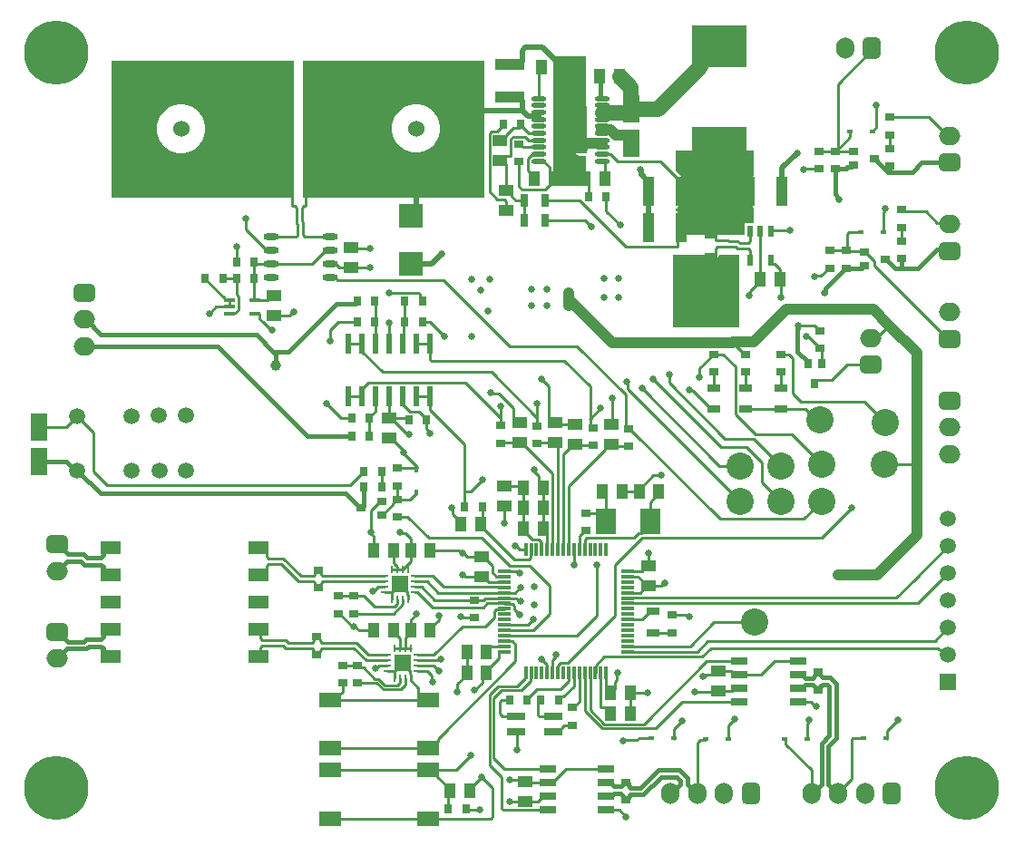
<source format=gtl>
G04*
G04 #@! TF.GenerationSoftware,Altium Limited,Altium Designer,21.2.0 (30)*
G04*
G04 Layer_Physical_Order=1*
G04 Layer_Color=255*
%FSLAX25Y25*%
%MOIN*%
G70*
G04*
G04 #@! TF.SameCoordinates,1A82DE82-DBE2-47DD-AFC6-AE7A396213A6*
G04*
G04*
G04 #@! TF.FilePolarity,Positive*
G04*
G01*
G75*
%ADD12C,0.01000*%
%ADD20R,0.02323X0.01772*%
%ADD21R,0.01772X0.02323*%
%ADD22R,0.06299X0.09843*%
%ADD23R,0.09055X0.09055*%
%ADD24R,0.04724X0.01181*%
%ADD25R,0.01181X0.04724*%
%ADD26R,0.06496X0.06496*%
%ADD27R,0.00984X0.02756*%
%ADD28R,0.02756X0.00984*%
%ADD29R,0.03347X0.02756*%
%ADD30R,0.02756X0.03347*%
%ADD31R,0.07087X0.02953*%
%ADD32R,0.04921X0.02953*%
%ADD33R,0.02756X0.03543*%
%ADD34R,0.06102X0.02756*%
%ADD35R,0.05315X0.03937*%
%ADD36R,0.01000X0.01000*%
%ADD37R,0.04331X0.10827*%
%ADD38R,0.04300X0.01400*%
%ADD39R,0.01000X0.01000*%
%ADD40R,0.07480X0.09449*%
%ADD41R,0.03937X0.05315*%
%ADD42O,0.05709X0.02362*%
%ADD43R,0.02362X0.03937*%
%ADD44R,0.10827X0.04331*%
%ADD45R,0.12402X0.17717*%
%ADD46O,0.05512X0.01772*%
%ADD47R,0.08268X0.05512*%
%ADD48R,0.02200X0.07800*%
%ADD49R,0.03543X0.02756*%
%ADD50R,0.12598X0.14567*%
%ADD51R,0.02953X0.04921*%
%ADD52R,0.20079X0.15748*%
%ADD53R,0.07441X0.05000*%
%ADD57C,0.06000*%
%ADD58C,0.12598*%
%ADD59O,0.07874X0.06693*%
G04:AMPARAMS|DCode=60|XSize=66.93mil|YSize=78.74mil|CornerRadius=16.73mil|HoleSize=0mil|Usage=FLASHONLY|Rotation=270.000|XOffset=0mil|YOffset=0mil|HoleType=Round|Shape=RoundedRectangle|*
%AMROUNDEDRECTD60*
21,1,0.06693,0.04528,0,0,270.0*
21,1,0.03347,0.07874,0,0,270.0*
1,1,0.03346,-0.02264,-0.01673*
1,1,0.03346,-0.02264,0.01673*
1,1,0.03346,0.02264,0.01673*
1,1,0.03346,0.02264,-0.01673*
%
%ADD60ROUNDEDRECTD60*%
%ADD61C,0.10000*%
%ADD62O,0.06693X0.07874*%
G04:AMPARAMS|DCode=63|XSize=66.93mil|YSize=78.74mil|CornerRadius=16.73mil|HoleSize=0mil|Usage=FLASHONLY|Rotation=180.000|XOffset=0mil|YOffset=0mil|HoleType=Round|Shape=RoundedRectangle|*
%AMROUNDEDRECTD63*
21,1,0.06693,0.04528,0,0,180.0*
21,1,0.03347,0.07874,0,0,180.0*
1,1,0.03346,-0.01673,0.02264*
1,1,0.03346,0.01673,0.02264*
1,1,0.03346,0.01673,-0.02264*
1,1,0.03346,-0.01673,-0.02264*
%
%ADD63ROUNDEDRECTD63*%
%ADD64C,0.05906*%
%ADD65R,0.05906X0.05906*%
%ADD66C,0.23622*%
%ADD67C,0.05000*%
%ADD68C,0.03150*%
%ADD69C,0.01500*%
%ADD70C,0.02000*%
%ADD71C,0.04000*%
%ADD72C,0.05500*%
%ADD73C,0.02559*%
%ADD74C,0.03937*%
G36*
X103500Y233000D02*
X36500D01*
Y283500D01*
X103500D01*
Y233000D01*
D02*
G37*
G36*
X173555Y233057D02*
X106944D01*
Y283366D01*
X107055Y283476D01*
X173555D01*
Y233057D01*
D02*
G37*
G36*
X267250Y185500D02*
X242759D01*
X242759Y212000D01*
X255164D01*
X255481Y211613D01*
X255471Y211563D01*
X255587Y210978D01*
X255919Y210482D01*
X256415Y210150D01*
X257000Y210034D01*
X257524D01*
X258109Y210150D01*
X258605Y210482D01*
X259581Y211458D01*
X259913Y211954D01*
X259922Y212000D01*
X267250D01*
X267250Y185500D01*
D02*
G37*
G36*
X272500Y241478D02*
X272318Y241205D01*
X272240Y240815D01*
Y230185D01*
X272318Y229795D01*
X272500Y229522D01*
Y223669D01*
X269291D01*
Y219500D01*
X246371D01*
X246171Y220000D01*
X247089Y220919D01*
X247421Y221415D01*
X247537Y222000D01*
Y225248D01*
X247421Y225833D01*
X247089Y226329D01*
X246593Y226661D01*
X246008Y226777D01*
X245423Y226661D01*
X245264Y226555D01*
X244764Y226822D01*
Y227315D01*
X244686Y227705D01*
X244465Y228036D01*
X244134Y228257D01*
X244000Y228284D01*
Y229217D01*
X244130Y229243D01*
X244461Y229464D01*
X244682Y229795D01*
X244760Y230185D01*
Y233926D01*
X245260Y234193D01*
X245419Y234087D01*
X246004Y233971D01*
X246589Y234087D01*
X247085Y234419D01*
X247417Y234915D01*
X247533Y235500D01*
Y238748D01*
X247417Y239333D01*
X247085Y239829D01*
X244000Y242915D01*
Y250500D01*
X272500D01*
Y241478D01*
D02*
G37*
G36*
X211000Y256026D02*
X210930D01*
X210147Y255923D01*
X209417Y255621D01*
X208790Y255140D01*
X207294Y253644D01*
X206814Y253017D01*
X206511Y252287D01*
X206408Y251504D01*
X206511Y250721D01*
X206814Y249991D01*
X207294Y249364D01*
X207921Y248883D01*
X208651Y248581D01*
X209434Y248478D01*
X210217Y248581D01*
X210500Y248698D01*
X211000Y248364D01*
Y241834D01*
X210613Y241517D01*
X210549Y241529D01*
X209964Y241413D01*
X209468Y241081D01*
X209136Y240585D01*
X209020Y240000D01*
X209136Y239415D01*
X209468Y238919D01*
X210223Y238164D01*
Y237500D01*
X199000D01*
Y285015D01*
X211000D01*
Y256026D01*
D02*
G37*
%LPC*%
G36*
X62913Y267335D02*
X61165D01*
X59451Y266994D01*
X57836Y266325D01*
X56383Y265353D01*
X55146Y264118D01*
X54175Y262664D01*
X53506Y261049D01*
X53165Y259335D01*
Y257587D01*
X53506Y255872D01*
X54175Y254257D01*
X55146Y252804D01*
X56383Y251568D01*
X57836Y250597D01*
X59451Y249928D01*
X61165Y249587D01*
X62913D01*
X64628Y249928D01*
X66243Y250597D01*
X67696Y251568D01*
X68932Y252804D01*
X69903Y254257D01*
X70572Y255872D01*
X70913Y257587D01*
Y259335D01*
X70572Y261049D01*
X69903Y262664D01*
X68932Y264118D01*
X67696Y265353D01*
X66243Y266325D01*
X64628Y266994D01*
X62913Y267335D01*
D02*
G37*
G36*
X149335Y267374D02*
X147587D01*
X145872Y267033D01*
X144257Y266364D01*
X142804Y265393D01*
X141568Y264157D01*
X140597Y262703D01*
X139928Y261088D01*
X139587Y259374D01*
Y257626D01*
X139928Y255911D01*
X140597Y254297D01*
X141568Y252843D01*
X142804Y251607D01*
X144257Y250636D01*
X145872Y249967D01*
X147587Y249626D01*
X149335D01*
X151049Y249967D01*
X152664Y250636D01*
X154118Y251607D01*
X155353Y252843D01*
X156325Y254297D01*
X156994Y255911D01*
X157335Y257626D01*
Y259374D01*
X156994Y261088D01*
X156325Y262703D01*
X155353Y264157D01*
X154118Y265393D01*
X152664Y266364D01*
X151049Y267033D01*
X149335Y267374D01*
D02*
G37*
%LPD*%
D12*
X146177Y122248D02*
X148500Y124571D01*
X141500Y122248D02*
X146177D01*
X148500Y124571D02*
Y124846D01*
X306906Y214154D02*
Y219914D01*
X307491Y220500D02*
X311846D01*
X306906Y219914D02*
X307491Y220500D01*
X302500Y250248D02*
X302795D01*
X307846Y255299D01*
Y257500D01*
X284258Y32243D02*
Y33614D01*
X283846Y34000D02*
X283872D01*
X293815Y14000D02*
Y22685D01*
X284258Y32243D02*
X293815Y22685D01*
X283872Y34000D02*
X284258Y33614D01*
X308906Y34500D02*
X312846D01*
X308405Y34000D02*
X308906Y34500D01*
X251815Y32681D02*
X252748Y33614D01*
X254461D02*
X254847Y34000D01*
X252748Y33614D02*
X254461D01*
X229656Y33750D02*
X230405Y34500D01*
X234846D01*
X19929Y148799D02*
X24000Y152870D01*
X10000Y148799D02*
X19929D01*
X129252Y132205D02*
Y132500D01*
X128374Y131327D02*
X129252Y132205D01*
X128079Y131327D02*
X128374D01*
X124252Y127500D02*
X128079Y131327D01*
X35000Y127500D02*
X124252D01*
X30000Y132500D02*
X35000Y127500D01*
X30000Y132500D02*
Y146870D01*
X24000Y152870D02*
X30000Y146870D01*
X149404Y198000D02*
X149990Y197414D01*
Y195758D02*
X150748Y195000D01*
X149990Y195758D02*
Y197414D01*
X138500Y198000D02*
X149404D01*
X119668Y202827D02*
X152373D01*
X116728Y203800D02*
X118695D01*
X119668Y202827D01*
X152373Y202827D02*
X158422D01*
X152373Y202827D02*
X152373Y202827D01*
X182749Y178500D02*
X207500D01*
X158422Y202827D02*
X182749Y178500D01*
X82468Y209532D02*
Y214968D01*
X82500Y215000D01*
X82436Y209500D02*
X82468Y209532D01*
X90950Y189691D02*
Y190240D01*
X90987Y188556D02*
Y189654D01*
X92186Y187356D02*
Y187356D01*
X90987Y188556D02*
X92186Y187356D01*
X90950Y189691D02*
X90987Y189654D01*
X90750Y190440D02*
X90950Y190240D01*
X89300Y190440D02*
X90750D01*
X92186Y187356D02*
X94744Y184798D01*
X89132Y195560D02*
X93860D01*
X95442Y197142D02*
X96131D01*
X93860Y195560D02*
X95442Y197142D01*
X96131Y189858D02*
X101936D01*
X103078Y191000D01*
X103500D01*
X94744Y184798D02*
X95202D01*
X95500Y184500D01*
X210603Y224897D02*
X213000Y222500D01*
X195937Y224897D02*
X210603D01*
X199142Y239311D02*
Y240000D01*
X195831Y236000D02*
X199142Y239311D01*
X187500Y236000D02*
X195831D01*
X186267Y237233D02*
X187500Y236000D01*
X186267Y237233D02*
Y246370D01*
X195359Y246484D02*
X197673Y244170D01*
Y241469D02*
Y244170D01*
X193489Y246484D02*
X195359D01*
X197673Y241469D02*
X199142Y240000D01*
X250149Y162202D02*
X257016Y155335D01*
X258000D01*
X249298Y162202D02*
X250149D01*
X249000Y162500D02*
X249298Y162202D01*
X295477Y151500D02*
X297000D01*
X282500Y155335D02*
X291642D01*
X295477Y151500D01*
X269500Y155335D02*
X282500D01*
X133922Y60000D02*
X134926Y61004D01*
X133500Y60000D02*
X133922D01*
X134926Y61004D02*
X137941D01*
X134578Y56217D02*
X136985Y53811D01*
X129164Y60336D02*
X133282Y56217D01*
X127000Y61214D02*
X127878Y60336D01*
X136985Y53811D02*
X141525D01*
X133282Y56217D02*
X134578D01*
X127878Y60336D02*
X129164D01*
X132922Y88500D02*
X134477Y90055D01*
X132500Y88500D02*
X132922D01*
X136969Y90055D02*
X136976Y90063D01*
X134477Y90055D02*
X136969D01*
X125500Y86748D02*
X129252D01*
X133130Y82870D02*
X140561D01*
X129252Y86748D02*
X133130Y82870D01*
X135346Y121559D02*
X135740D01*
X132000Y118213D02*
X135346Y121559D01*
X132000Y110000D02*
Y118213D01*
X115500Y157500D02*
X121000Y152000D01*
X124752D01*
X139202Y152013D02*
X145239D01*
X144804Y146410D02*
X145627D01*
X145925Y146112D01*
X138513Y152013D02*
X139202D01*
X144804Y146410D01*
X138513Y144729D02*
X139202D01*
X141500Y133748D02*
X148957D01*
X139202Y144729D02*
X143403Y140528D01*
Y139597D02*
X148957Y134043D01*
X143403Y139597D02*
Y140528D01*
X138500Y152026D02*
Y159971D01*
Y152026D02*
X138513Y152013D01*
X161798Y116736D02*
X164858Y113676D01*
Y112987D02*
Y113676D01*
X161798Y116736D02*
Y118702D01*
X161500Y119000D02*
X161798Y118702D01*
X193673Y127963D02*
Y130905D01*
X192000Y132578D02*
X193673Y130905D01*
X192000Y132578D02*
Y133000D01*
X193673Y127963D02*
X195142Y126494D01*
X181000Y113500D02*
Y119858D01*
X248578Y79000D02*
X249000D01*
X242500Y79748D02*
X247830D01*
X248578Y79000D01*
X230358Y125000D02*
Y125689D01*
X235669Y131000D01*
X238500D01*
X220048Y149642D02*
X220500Y150093D01*
Y159500D01*
X184304Y152018D02*
X185773Y150550D01*
X178729Y161202D02*
X184304Y155627D01*
X176000Y161500D02*
X176298Y161202D01*
X185773Y150550D02*
X186462D01*
X184304Y152018D02*
Y155627D01*
X176298Y161202D02*
X178729D01*
X200194Y149844D02*
X207023D01*
X199487Y150550D02*
X200194Y149844D01*
X198798Y150550D02*
X199487D01*
X197330Y152018D02*
X198798Y150550D01*
X197330Y152018D02*
Y163670D01*
X194500Y166500D02*
X197330Y163670D01*
X172500Y20000D02*
X176428Y16072D01*
Y5514D02*
Y16072D01*
X152702Y4928D02*
X175842D01*
X176428Y5514D01*
X282142Y203000D02*
X282500Y202642D01*
Y196500D02*
Y202642D01*
X252500Y170315D02*
X257705Y175520D01*
X252500Y167000D02*
Y170315D01*
X257705Y175520D02*
X258000D01*
X271298Y198751D02*
X274858Y202311D01*
X271000Y197000D02*
X271298Y197298D01*
X274858Y202311D02*
Y203000D01*
X271298Y197298D02*
Y198751D01*
X321595Y37095D02*
X325500Y41000D01*
X321595Y34000D02*
Y37095D01*
X243094Y34000D02*
Y37635D01*
X246149Y40690D01*
X263094Y39094D02*
X265500Y41500D01*
X263094Y34000D02*
Y39094D01*
X293000Y40578D02*
Y41000D01*
X292094Y34000D02*
Y39673D01*
X293000Y40578D01*
X289000Y186000D02*
X294953D01*
X296705Y184248D02*
X297000D01*
X294953Y186000D02*
X296705Y184248D01*
X320094Y227673D02*
X321000Y228578D01*
X320094Y221000D02*
Y227673D01*
X321000Y228578D02*
Y229000D01*
X316622Y258000D02*
X317500Y258878D01*
Y267000D01*
X316595Y258000D02*
X316622D01*
X216720Y249041D02*
X219959D01*
X222500Y246500D01*
X216718Y249043D02*
X216720Y249041D01*
X222500Y246500D02*
X238252D01*
X246004Y238748D01*
X211752Y233487D02*
Y238797D01*
X210549Y240000D02*
X211752Y238797D01*
X227284Y43500D02*
Y51000D01*
X233500D01*
X222220Y55721D02*
Y58220D01*
X222500Y58500D01*
X221468Y54969D02*
X222220Y55721D01*
X220000Y51000D02*
X221468Y52469D01*
Y54969D01*
X185500Y30000D02*
Y36578D01*
X185307Y36771D02*
X185500Y36578D01*
X172873Y54873D02*
Y57044D01*
X174341Y58513D01*
X170000Y52000D02*
X172873Y54873D01*
X167058Y58513D02*
Y66010D01*
X163514Y54280D02*
X167058Y57824D01*
X163500Y51500D02*
X163514Y51514D01*
X167058Y57824D02*
Y58513D01*
X163514Y51514D02*
Y54280D01*
X143438Y62003D02*
X143453Y61988D01*
X143438Y62003D02*
Y62003D01*
X317500Y181500D02*
X322250Y186250D01*
X315500Y181500D02*
X317500D01*
X153642Y74689D02*
X156702Y77749D01*
Y79202D01*
X157000Y79500D01*
X153642Y74000D02*
Y74689D01*
X146358Y74000D02*
Y77858D01*
X148500Y80000D01*
X125922Y75500D02*
X127422Y74000D01*
X125500Y75500D02*
X125922D01*
X127422Y74000D02*
X132858D01*
X120267Y80252D02*
X124720Y75798D01*
X125202D01*
X125500Y75500D01*
X119971Y80252D02*
X120267D01*
X142500Y110000D02*
X142798Y109702D01*
X144515D01*
X146358Y107858D01*
Y103270D02*
Y107858D01*
X132000Y109578D02*
Y110000D01*
X132956Y103270D02*
Y108622D01*
X132000Y109578D02*
X132956Y108622D01*
X153642Y103270D02*
X164308D01*
X165078Y102500D01*
X165500D01*
Y94500D02*
X165922D01*
X166564Y93858D02*
X172500D01*
X165922Y94500D02*
X166564Y93858D01*
X165500Y102500D02*
X165922D01*
X167280Y101142D02*
X172500D01*
X165922Y102500D02*
X167280Y101142D01*
X141504Y96559D02*
X143472D01*
Y96569D01*
X143491Y96577D02*
X146358Y99445D01*
X143480Y96577D02*
X143491D01*
X146358Y99445D02*
Y103270D01*
X143472Y96569D02*
X143480Y96577D01*
X141504Y96559D02*
Y97429D01*
X140239Y98694D02*
Y103270D01*
Y98694D02*
X141504Y97429D01*
X118500Y48500D02*
Y48622D01*
Y48500D02*
X151449D01*
X121471Y51594D02*
Y54717D01*
X118500Y48622D02*
X121471Y51594D01*
X151449Y48500D02*
X152827D01*
X149193Y50756D02*
X151449Y48500D01*
X149193Y50756D02*
Y52819D01*
X146405Y55606D02*
X149193Y52819D01*
X146405Y55606D02*
Y56476D01*
X269205Y175520D02*
X269500D01*
X265000Y179724D02*
X269205Y175520D01*
X265000Y179724D02*
Y180000D01*
X320500Y135000D02*
X332000D01*
X332500Y134500D01*
X280326Y62826D02*
X288728D01*
X275326Y57826D02*
X280326Y62826D01*
X267272Y57826D02*
X275326D01*
X196735Y18000D02*
X198408D01*
X203408Y23000D02*
X218192D01*
X198408Y18000D02*
X203408Y23000D01*
X167280Y8000D02*
X172000D01*
X166793Y8487D02*
X167280Y8000D01*
X172482Y20000D02*
X172500D01*
X168171Y15000D02*
Y15689D01*
X172482Y20000D01*
X188000Y19000D02*
X188500Y18500D01*
X183000Y19000D02*
X188000D01*
X183000Y11000D02*
X188284D01*
X188500Y11216D01*
X258011Y57673D02*
X259479Y59142D01*
X255095Y57673D02*
X258011D01*
X254422Y57000D02*
X255095Y57673D01*
X254000Y57000D02*
X254422D01*
X251000Y51500D02*
X259121D01*
X259479Y51858D01*
X297500Y108000D02*
X308500Y119000D01*
X289734Y158266D02*
X313234D01*
X287000Y161000D02*
Y174193D01*
Y161000D02*
X289734Y158266D01*
X285673Y175520D02*
X287000Y174193D01*
X269500Y163209D02*
Y169024D01*
X282500Y163209D02*
Y169024D01*
X258000Y163209D02*
Y169024D01*
X282500Y175520D02*
X285673D01*
X313234Y158266D02*
X321000Y150500D01*
X258000Y175520D02*
X261173D01*
X265752Y170941D01*
Y153325D02*
Y170941D01*
Y153325D02*
X273077Y146000D01*
X286500D01*
X297500Y135000D01*
X241500Y165000D02*
Y168000D01*
X262000Y144500D02*
X272500D01*
X241500Y165000D02*
X262000Y144500D01*
X272500D02*
X282500Y134500D01*
X235500Y166500D02*
X235500D01*
X260500Y141500D02*
X269692D01*
X235500Y166500D02*
X260500Y141500D01*
X260000Y134500D02*
X267500D01*
X231500Y163000D02*
X260000Y134500D01*
X120000Y187500D02*
X126752D01*
X117000Y184500D02*
X120000Y187500D01*
X117000Y180500D02*
Y184500D01*
X150748Y187500D02*
X153500D01*
X159000Y182000D01*
X138500Y179371D02*
Y187000D01*
X124642Y207500D02*
X131500D01*
X124500Y207358D02*
X124642Y207500D01*
Y214500D02*
X131500D01*
X124500Y214642D02*
X124642Y214500D01*
X86000Y221399D02*
X93598Y213800D01*
X95272D01*
X86000Y221399D02*
Y225500D01*
X75000Y193000D02*
X79700D01*
X72500Y190500D02*
X75000Y193000D01*
X71000Y203205D02*
X78050Y196155D01*
X71000Y203205D02*
Y203500D01*
X78050Y195760D02*
Y196155D01*
Y195760D02*
X78250Y195560D01*
X79700D01*
X166252Y125000D02*
Y142368D01*
Y119500D02*
Y125000D01*
X168500D01*
X173000Y129500D01*
X179487Y152214D02*
Y156487D01*
X179500Y156500D01*
X192974Y157474D02*
X193000Y157500D01*
X192974Y152050D02*
Y157474D01*
X226279Y162721D02*
Y165220D01*
Y162721D02*
X267500Y121500D01*
X226000Y165500D02*
X226279Y165220D01*
X269692Y141500D02*
X275485Y135707D01*
Y128515D02*
X282500Y121500D01*
X275485Y128515D02*
Y135707D01*
X226561Y148264D02*
X226856D01*
X226266D02*
X226561D01*
X226856D02*
X260120Y115000D01*
X291000D01*
X297500Y121500D01*
X212362Y151728D02*
X216286Y155652D01*
X212317Y151683D02*
X212362Y151728D01*
Y163638D01*
Y149344D02*
Y151728D01*
X207642Y72142D02*
X215000Y79500D01*
Y98000D01*
X242379Y108000D02*
X297500D01*
X242367Y107988D02*
X242379Y108000D01*
X221500Y79315D02*
Y98021D01*
X204197Y62012D02*
X221500Y79315D01*
Y98021D02*
X231468Y107988D01*
X292755Y181702D02*
X296705Y177752D01*
X292298Y181702D02*
X292755D01*
X296705Y177752D02*
X297000D01*
X292000Y182000D02*
X292298Y181702D01*
X295298Y204298D02*
X297251D01*
X300205Y207252D02*
X300500D01*
X297251Y204298D02*
X300205Y207252D01*
X295000Y204000D02*
X295298Y204298D01*
X291000Y243500D02*
X291126Y243626D01*
X296374D02*
X296500Y243752D01*
X291126Y243626D02*
X296374D01*
X136071Y169000D02*
X176024D01*
X192974Y152050D01*
X128500Y176571D02*
X136071Y169000D01*
X135748Y126694D02*
Y132500D01*
X136134Y116441D02*
X140327Y120634D01*
Y121370D01*
X141205Y122248D02*
X141500D01*
X135740Y116441D02*
X136134D01*
X140327Y121370D02*
X141205Y122248D01*
X145326Y115752D02*
X153078Y108000D01*
X172500D01*
X182720Y97780D01*
X190220D02*
X197586Y90414D01*
X182720Y97780D02*
X190220D01*
X191541Y74110D02*
X197586Y80155D01*
Y90414D01*
X180862Y74110D02*
X191541D01*
X152248Y148174D02*
X153500Y146922D01*
X152248Y148174D02*
Y151500D01*
X153500Y146500D02*
Y146922D01*
X218248Y228252D02*
Y233487D01*
Y228252D02*
X223500Y223000D01*
X172142Y112298D02*
X184440Y100000D01*
X187601D01*
X187612Y99988D02*
X189860D01*
X187601Y100000D02*
X187612Y99988D01*
X189860D02*
X190614Y100742D01*
X258000Y77000D02*
X273000D01*
X249205Y68205D02*
X258000Y77000D01*
X226138Y68205D02*
X249205D01*
X278740Y209299D02*
X279421Y208618D01*
X282142Y203000D02*
Y206685D01*
X280209Y208618D02*
X282142Y206685D01*
X279421Y208618D02*
X280209D01*
X278740Y209299D02*
Y210087D01*
X274858Y203000D02*
X275000Y203142D01*
Y220913D01*
X278740D02*
X278827Y221000D01*
X286000D01*
X185284Y105000D02*
X186646Y103638D01*
X188736D01*
X185000Y105000D02*
X185284D01*
X141500Y115752D02*
X145326D01*
X154080Y22645D02*
X163145D01*
X152702D02*
X154080D01*
X163145D02*
X168500Y28000D01*
X295221Y46000D02*
X295500D01*
X288728Y47826D02*
X293395D01*
X295221Y46000D01*
X218192Y8000D02*
X223148D01*
X225571Y5576D01*
X198579Y58362D02*
Y63157D01*
X200000Y64578D01*
Y65000D01*
X196520Y58453D02*
Y61480D01*
X194500Y63500D02*
X196520Y61480D01*
Y58453D02*
X196610Y58362D01*
X179487Y142840D02*
X179914Y143266D01*
X187151D01*
X198579Y131838D01*
X193565Y143266D02*
X199487D01*
X192974Y142676D02*
X193565Y143266D01*
X199487D02*
X200547Y142206D01*
X198579Y103638D02*
Y131838D01*
X192974Y149172D02*
Y152050D01*
X128500Y176571D02*
Y179371D01*
X179487Y149336D02*
Y152214D01*
X166542Y165159D02*
X179487Y152214D01*
X130887Y165159D02*
X166542D01*
X128500Y162771D02*
X130887Y165159D01*
X128500Y159971D02*
Y162771D01*
X200547Y103638D02*
Y142206D01*
X180862Y72142D02*
X207642D01*
X180862Y76079D02*
X189490D01*
X184512Y81691D02*
X186376Y79826D01*
X180862Y95764D02*
X185314D01*
X180862Y83953D02*
X180953Y83862D01*
X180862Y85921D02*
X185157D01*
X186454Y84624D01*
X191412Y78000D02*
X191500D01*
X186459Y89624D02*
X186876D01*
X186078Y95000D02*
X186500D01*
X185314Y95764D02*
X186078Y95000D01*
X206476Y98024D02*
X206500Y98000D01*
X186376Y79624D02*
Y79826D01*
X180862Y87890D02*
X184724D01*
X189490Y76079D02*
X191412Y78000D01*
X184512Y81691D02*
Y83108D01*
X184724Y87890D02*
X186459Y89624D01*
X186454Y84624D02*
X186876D01*
X180953Y83862D02*
X183758D01*
X184512Y83108D01*
X206453Y103638D02*
X206476Y103614D01*
Y98024D02*
Y103614D01*
X204484Y103638D02*
Y126984D01*
X175810Y68167D02*
X180825D01*
X180862Y68205D01*
X216295Y45705D02*
Y58362D01*
X226138Y87890D02*
X230842D01*
X148965Y64941D02*
X154892D01*
X165451Y75500D01*
X174000D01*
X177213Y78713D01*
Y81139D01*
X210390Y44542D02*
Y58362D01*
X206362Y58272D02*
X206453Y58362D01*
X206362Y53362D02*
Y58272D01*
X208421Y47874D02*
Y58362D01*
X226138Y83953D02*
X332953D01*
X190614Y58272D02*
X190705Y58362D01*
X190614Y55467D02*
Y58272D01*
X226138Y78047D02*
X231626D01*
X173929Y85921D02*
X180862D01*
X226138D02*
X226217Y86000D01*
X325000D01*
X226138Y66236D02*
X251736D01*
X208421Y103638D02*
Y108731D01*
X204394Y58272D02*
X204484Y58362D01*
X204394Y55467D02*
Y58272D01*
X179090Y66236D02*
X180862D01*
X179000Y66146D02*
X179090Y66236D01*
X179000Y63860D02*
Y66146D01*
X211066Y107988D02*
X228364D01*
X202516Y103638D02*
Y138742D01*
X175221Y91827D02*
X180862D01*
X188646Y56500D02*
Y58272D01*
X188736Y58362D01*
X185646Y53500D02*
X188646Y56500D01*
X212358Y44695D02*
Y58362D01*
X180772Y93886D02*
X180862Y93795D01*
X177967Y93886D02*
X180772D01*
X226138Y93795D02*
X230000D01*
X214417Y61258D02*
X217518Y64358D01*
X342703Y65000D02*
X344000D01*
X340203Y67500D02*
X342703Y65000D01*
X256830Y67500D02*
X340203D01*
X253688Y64358D02*
X256830Y67500D01*
X217518Y64358D02*
X253688D01*
X180839Y87913D02*
X180862Y87890D01*
X156587Y87913D02*
X180839D01*
X226138Y95764D02*
X231433D01*
X183758Y70083D02*
X185000Y68840D01*
Y62725D02*
Y68840D01*
X154205Y30784D02*
X156461Y33039D01*
Y34185D01*
X185000Y62725D01*
X180772Y89949D02*
X180862Y89858D01*
X177967Y89949D02*
X180772D01*
X193529Y107555D02*
X194551Y106533D01*
X191114Y107555D02*
X193529D01*
X187858Y111500D02*
Y118947D01*
Y110811D02*
Y111500D01*
X196610Y103638D02*
Y110031D01*
X218264Y53425D02*
Y58362D01*
X190614Y103547D02*
X190705Y103638D01*
X190614Y100742D02*
Y103547D01*
X214327Y58362D02*
X214417Y58453D01*
Y61258D01*
X177213Y81139D02*
X177967Y81894D01*
X180772D01*
X180862Y81984D01*
X194551Y103728D02*
X194642Y103638D01*
X194551Y103728D02*
Y106533D01*
X200547Y58362D02*
X200638Y58453D01*
Y60698D01*
X200638Y60698D01*
Y61258D01*
X201392Y62012D01*
X204197D01*
X231468Y107988D02*
X242367D01*
X180953Y70083D02*
X183758D01*
X180862Y70173D02*
X180953Y70083D01*
X210390Y103638D02*
X210480Y103728D01*
Y107402D01*
X211066Y107988D01*
X231136Y109776D02*
X234376Y113016D01*
X230152Y109776D02*
X231136D01*
X228364Y107988D02*
X230152Y109776D01*
X172142Y112298D02*
Y112987D01*
X218264Y53425D02*
X220000Y51689D01*
Y51000D02*
Y51689D01*
X195142Y111500D02*
X196610Y110031D01*
X187858Y110811D02*
X191114Y107555D01*
X177916Y90000D02*
X177967Y89949D01*
X158500Y90000D02*
X177916D01*
X154500Y94000D02*
X158500Y90000D01*
X148000Y94000D02*
X154500D01*
X233311Y97642D02*
X234000D01*
X231433Y95764D02*
X233311Y97642D01*
X152469Y92032D02*
X156587Y87913D01*
X148000Y92032D02*
X152469D01*
X231842Y91827D02*
X233311Y90358D01*
X231842Y91827D02*
Y91953D01*
X230000Y93795D02*
X231842Y91953D01*
X176445Y95408D02*
X177967Y93886D01*
X176445Y95408D02*
Y97886D01*
X173189Y101142D02*
X176445Y97886D01*
X172500Y101142D02*
X173189D01*
X212358Y44695D02*
X217498Y39555D01*
X232055D01*
X255326Y62826D01*
X267272D01*
X178500Y53500D02*
X185646D01*
X175500Y50500D02*
X178500Y53500D01*
X175500Y24500D02*
Y50500D01*
Y24500D02*
X180000Y20000D01*
Y8586D02*
Y20000D01*
Y8586D02*
X180625Y7961D01*
X191691D01*
X191730Y8000D01*
X196735D01*
X173189Y93858D02*
X175221Y91827D01*
X172500Y93858D02*
X173189D01*
X206334Y142560D02*
X207023D01*
X202516Y138742D02*
X206334Y142560D01*
X174341Y59202D02*
X179000Y63860D01*
X174341Y58513D02*
Y59202D01*
X201497Y52570D02*
X204394Y55467D01*
X193023Y52570D02*
X201497D01*
X189248Y48795D02*
X193023Y52570D01*
X189248Y48500D02*
Y48795D01*
X210442Y110752D02*
X210737D01*
X208421Y108731D02*
X210442Y110752D01*
X339031Y70031D02*
X344000Y75000D01*
X255531Y70031D02*
X339031D01*
X251736Y66236D02*
X255531Y70031D01*
X174453Y83953D02*
X180862D01*
X173083Y82583D02*
X174453Y83953D01*
X154382Y82583D02*
X173083D01*
X148870Y88095D02*
X154382Y82583D01*
X148000Y88095D02*
X148870D01*
X331856Y92856D02*
X344000Y105000D01*
X331856Y92856D02*
Y92856D01*
X325000Y86000D02*
X331856Y92856D01*
X173256Y85248D02*
X173929Y85921D01*
X170000Y85248D02*
X173256D01*
X234516Y80937D02*
X235500D01*
X231626Y78047D02*
X234516Y80937D01*
X188881Y53733D02*
X190614Y55467D01*
X188881Y53733D02*
X188881D01*
X187147Y52000D02*
X188881Y53733D01*
X180000Y52000D02*
X187147D01*
X177000Y49000D02*
X180000Y52000D01*
X177000Y27000D02*
Y49000D01*
Y27000D02*
X181000Y23000D01*
X196735D01*
X332953Y83953D02*
X344000Y95000D01*
X206295Y45748D02*
X208421Y47874D01*
X206000Y45748D02*
X206295D01*
X202673Y49673D02*
X206362Y53362D01*
X201626Y49673D02*
X202673D01*
X200748Y48795D02*
X201626Y49673D01*
X200748Y48500D02*
Y48795D01*
X210390Y44542D02*
X216877Y38055D01*
X236555D01*
X246326Y47826D01*
X267272D01*
X230842Y87890D02*
X233311Y90358D01*
X216295Y45705D02*
X216342Y45658D01*
X218531D01*
X220000Y44189D01*
Y43500D02*
Y44189D01*
X174341Y66699D02*
X175810Y68167D01*
X174341Y66010D02*
Y66699D01*
X219359Y142358D02*
X220048D01*
X217891Y140890D02*
X219359Y142358D01*
X217891Y140391D02*
Y140890D01*
X204484Y126984D02*
X217891Y140391D01*
X141500Y122248D02*
Y127252D01*
X207500Y178500D02*
X225388Y160612D01*
Y149142D02*
X226266Y148264D01*
X225388Y149142D02*
Y160612D01*
X153500Y173586D02*
Y179371D01*
Y173586D02*
X154086Y173000D01*
X203000D02*
X212362Y163638D01*
X154086Y173000D02*
X203000D01*
X213240Y148466D02*
X213535D01*
X212362Y149344D02*
X213240Y148466D01*
X220639Y141768D02*
X226561D01*
X220048Y142358D02*
X220639Y141768D01*
X207023Y142560D02*
X207613Y141970D01*
X213535D01*
X172142Y112987D02*
X172748Y113593D01*
Y119500D01*
X154086Y154461D02*
X154159D01*
X153500Y155046D02*
Y159971D01*
Y155046D02*
X154086Y154461D01*
X154159D02*
X166252Y142368D01*
X195142Y119047D02*
Y126494D01*
X195092Y118997D02*
X195142Y119047D01*
X195092Y118997D02*
X195142Y118947D01*
Y111500D02*
Y118947D01*
X187808Y118997D02*
X187858Y118947D01*
Y119047D02*
Y126494D01*
X187808Y118997D02*
X187858Y119047D01*
X181000Y127142D02*
X187211D01*
X187858Y126494D01*
X145239Y152013D02*
X145752Y151500D01*
X148500Y159971D02*
X153500D01*
X143500Y157171D02*
X146171Y154500D01*
X143500Y157171D02*
Y159971D01*
X146171Y154500D02*
X149543D01*
X152248Y151795D01*
Y151500D02*
Y151795D01*
X131248Y145500D02*
Y152000D01*
Y152295D02*
X133500Y154547D01*
Y159971D01*
X131248Y152000D02*
Y152295D01*
X123500Y159971D02*
X128500D01*
X148500Y179371D02*
X153500D01*
X234376Y113016D02*
Y121045D01*
X235595Y73158D02*
X242406D01*
X235500Y73063D02*
X235595Y73158D01*
X242406D02*
X242500Y73252D01*
X235500Y73063D02*
X236484D01*
X295000Y165154D02*
X295878Y166032D01*
X301202D01*
X306828Y171658D02*
X315500D01*
X295000Y164760D02*
Y165154D01*
X301202Y166032D02*
X306828Y171658D01*
X297000Y177752D02*
X297559Y177193D01*
Y172240D02*
Y177193D01*
X123500Y179371D02*
X128500D01*
X133374Y179497D02*
Y194874D01*
Y179497D02*
X133500Y179371D01*
X133248Y195000D02*
X133374Y194874D01*
X144252Y187500D02*
Y195000D01*
X143500Y179371D02*
X143876Y179747D01*
Y187124D01*
X144252Y187500D01*
X179326Y246823D02*
X180783Y248280D01*
X183280D01*
Y254751D01*
X184060Y255532D01*
X188473D02*
X189227Y254777D01*
X184060Y255532D02*
X188473D01*
X189227Y254747D02*
Y254777D01*
Y254747D02*
X189813Y254161D01*
X193489D01*
X180015Y254107D02*
X181484Y255575D01*
Y255984D01*
X184327Y258827D02*
X186095D01*
X179326Y254107D02*
X180015D01*
X181484Y255984D02*
X184327Y258827D01*
X186973Y259705D02*
Y260000D01*
X186095Y258827D02*
X186973Y259705D01*
X186562Y252866D02*
X187826Y251602D01*
X193489D01*
X186267Y252866D02*
X186562D01*
X189810Y256868D02*
X193342D01*
X186973Y259705D02*
X189810Y256868D01*
X193342D02*
X193489Y256720D01*
X118770Y208800D02*
X120212Y207358D01*
X116728Y208800D02*
X118770D01*
X120212Y207358D02*
X124500D01*
X79700Y193000D02*
Y195560D01*
X77496Y203500D02*
X82436D01*
Y197495D02*
Y203500D01*
X83137Y191767D02*
Y196793D01*
X82436Y197495D02*
X83137Y196793D01*
X82011Y190640D02*
X83137Y191767D01*
X79700Y190440D02*
X79900Y190640D01*
X82011D01*
X88932Y195760D02*
Y203500D01*
Y195760D02*
X89132Y195560D01*
X88932Y203500D02*
Y209500D01*
X89632Y208800D02*
X95272D01*
X88932Y209500D02*
X89632Y208800D01*
X139535Y96559D02*
X141504D01*
X145433Y85543D02*
Y86971D01*
X136976Y88095D02*
X136984Y88102D01*
X145335Y87069D02*
X145433Y86971D01*
X136984Y88102D02*
X139543D01*
X145335Y87069D02*
Y88201D01*
X139535Y85535D02*
X139543Y85543D01*
X145433D02*
X145441Y85535D01*
X139543Y85543D02*
Y88102D01*
X142488Y91047D01*
X145335Y88201D01*
X114259Y92000D02*
X136976D01*
X114259Y94000D02*
X136976D01*
X141496Y83805D02*
Y85528D01*
X140561Y82870D02*
X141496Y83805D01*
X119971Y86748D02*
X125500D01*
X150437Y90063D02*
X155252Y85248D01*
X170000D01*
X143465Y83653D02*
Y85528D01*
X125500Y80252D02*
X140064D01*
X143465Y83653D01*
X112795Y89752D02*
X113673Y90630D01*
Y91414D01*
X114259Y92000D01*
X112205Y89752D02*
X112500D01*
X112795D01*
X113673Y94586D02*
X114259Y94000D01*
X141496Y85528D02*
X141504Y85535D01*
X148000Y90063D02*
X150437D01*
X143465Y85528D02*
X143472Y85535D01*
X113673Y94586D02*
Y95370D01*
X112795Y96248D02*
X113673Y95370D01*
X112500Y96248D02*
X112795D01*
X116875Y4928D02*
X152702D01*
X146358Y73311D02*
Y74000D01*
X144437Y67500D02*
Y71390D01*
X146358Y73311D01*
X140142D02*
Y74000D01*
X142469Y67500D02*
Y70984D01*
X140142Y73311D02*
X142469Y70984D01*
X146398Y56484D02*
Y57912D01*
X143453Y61988D02*
X146299Y59142D01*
X146398Y56484D02*
X146405Y56476D01*
X146299Y58010D02*
X146398Y57912D01*
X146299Y58010D02*
Y59142D01*
X140500Y56476D02*
X140508Y56484D01*
Y59043D01*
X143453Y61988D01*
X137941Y59035D02*
X137949Y59043D01*
X140508D01*
X144437Y67500D02*
X146405D01*
X142469D02*
X144437D01*
X140500D02*
X142469D01*
X141156Y127596D02*
X141500Y127252D01*
X343910Y181158D02*
X344500D01*
X317000Y208067D02*
X343910Y181158D01*
X317000Y208067D02*
Y209713D01*
X313653Y213059D02*
X317000Y209713D01*
X313260Y213059D02*
X313653D01*
X300500Y213748D02*
X306500D01*
X312915Y213404D02*
X313260Y213059D01*
X306500Y213748D02*
X306844Y213404D01*
X312915D01*
X306500Y213748D02*
X306906Y214154D01*
X316000Y287409D02*
Y288000D01*
X303405Y251126D02*
Y274815D01*
X316000Y287409D01*
X296500Y250248D02*
X302500D01*
X302594Y250153D02*
X309165D01*
X309260Y250059D01*
X302500Y250248D02*
X302594Y250153D01*
X322500Y251248D02*
Y256252D01*
Y262748D02*
X337004D01*
X343910Y255842D01*
X344500D01*
X239578Y91500D02*
X240000D01*
X234000Y90358D02*
X238436D01*
X239578Y91500D01*
X234000Y97642D02*
Y102500D01*
X233311Y90358D02*
X234000D01*
X224750Y33750D02*
X229656D01*
X224500Y33500D02*
X224750Y33750D01*
X251815Y14000D02*
Y32681D01*
X303658Y14000D02*
Y14591D01*
X308405Y19339D01*
Y34000D01*
X117000Y30784D02*
X154205D01*
X179874Y48500D02*
X182752D01*
X179288Y47914D02*
X179874Y48500D01*
X179288Y43455D02*
Y47914D01*
Y43455D02*
X180264Y42479D01*
X185307D01*
X194252Y48205D02*
Y48500D01*
X193064Y47017D02*
X194252Y48205D01*
X193064Y43065D02*
Y47017D01*
Y43065D02*
X193650Y42479D01*
X198693D01*
Y36771D02*
X200760D01*
X201736Y37747D01*
Y38161D01*
X202827Y39252D01*
X206000D01*
X95272Y208800D02*
X110055D01*
X115055Y213800D01*
X116728D01*
X259479Y51858D02*
X264631D01*
X265598Y52826D01*
X267272D01*
X264282Y59142D02*
X265598Y57826D01*
X267272D01*
X259479Y59142D02*
X264282D01*
X160888Y15000D02*
Y15689D01*
X156336Y20241D02*
X160888Y15689D01*
X156336Y20241D02*
Y20389D01*
X154080Y22645D02*
X156336Y20389D01*
X116875Y22645D02*
X152702D01*
X130914Y65000D02*
X137941D01*
X130085Y63000D02*
X137941D01*
X111705Y71748D02*
X112000D01*
X110827Y70870D02*
X111705Y71748D01*
X110827Y70086D02*
Y70870D01*
X110241Y69500D02*
X110827Y70086D01*
X91232Y71086D02*
X91817Y70500D01*
X90646Y74500D02*
X91232Y73914D01*
Y71086D02*
Y73914D01*
X100357Y70500D02*
X101357Y69500D01*
X110241D01*
X91817Y70500D02*
X100357D01*
X110827Y66130D02*
X111705Y65252D01*
X110241Y67500D02*
X110827Y66914D01*
Y66130D02*
Y66914D01*
X111705Y65252D02*
X112000D01*
X99529Y68500D02*
X100529Y67500D01*
X110241D01*
X91232Y67914D02*
X91817Y68500D01*
X99529D01*
X90646Y64500D02*
X91232Y65086D01*
Y67914D01*
X112295Y71748D02*
X113173Y70870D01*
Y70086D02*
Y70870D01*
Y70086D02*
X113759Y69500D01*
X126414D01*
X130914Y65000D01*
X113173Y66914D02*
X113759Y67500D01*
X125585D01*
X130085Y63000D01*
X113173Y66130D02*
Y66914D01*
X112000Y65252D02*
X112295D01*
X112000Y71748D02*
X112295D01*
Y65252D02*
X113173Y66130D01*
X90646Y104500D02*
X91575D01*
X111327Y94586D02*
Y95370D01*
X91575Y104500D02*
X93575Y102500D01*
X112205Y96248D02*
X112500D01*
X90646Y94500D02*
X91575D01*
X93575Y96500D01*
Y101086D02*
Y102500D01*
X111327Y90630D02*
X112205Y89752D01*
X111327Y90630D02*
Y91414D01*
X106116Y94000D02*
X110741D01*
X98787Y98500D02*
X105287Y92000D01*
X99616Y100500D02*
X106116Y94000D01*
X94160Y98500D02*
X98787D01*
X93575Y97914D02*
X94160Y98500D01*
Y100500D02*
X99616D01*
X93575Y101086D02*
X94160Y100500D01*
X111327Y95370D02*
X112205Y96248D01*
X110741Y92000D02*
X111327Y91414D01*
X105287Y92000D02*
X110741D01*
Y94000D02*
X111327Y94586D01*
X93575Y96500D02*
Y97914D01*
X160297Y8487D02*
Y14410D01*
X160888Y15000D01*
X188500Y18500D02*
X189000Y18000D01*
X196735D01*
X193279Y11216D02*
X195062Y13000D01*
X188500Y11216D02*
X193279D01*
X195062Y13000D02*
X196735D01*
X154202Y55298D02*
Y57298D01*
Y55298D02*
X154500Y55000D01*
X152465Y59035D02*
X154202Y57298D01*
X148965Y59035D02*
X152465D01*
X148965Y61004D02*
X154825D01*
X156705Y59124D01*
X156876D01*
X157078Y63500D02*
X157500D01*
X148965Y62972D02*
X156551D01*
X157078Y63500D01*
X169876Y78876D02*
X170000Y78752D01*
X165124Y78876D02*
X169876D01*
X165000Y79000D02*
X165124Y78876D01*
X224239Y125000D02*
X230358D01*
X234376Y121045D02*
X237642Y124311D01*
Y125000D01*
X218234Y114008D02*
Y123722D01*
Y114000D02*
Y114008D01*
X216956Y125000D02*
X218234Y123722D01*
X214994Y117248D02*
X218234Y114008D01*
X210737Y117248D02*
X214994D01*
X121471Y61214D02*
X127000D01*
X142811Y52311D02*
X144437Y53937D01*
Y56476D01*
X133957Y54717D02*
X136363Y52311D01*
X142811D01*
X127000Y54717D02*
X133957D01*
X142461Y56468D02*
X142469Y56476D01*
X142461Y54746D02*
Y56468D01*
X141525Y53811D02*
X142461Y54746D01*
X327748Y228000D02*
X335752D01*
X327000Y228748D02*
X327748Y228000D01*
X339910Y223843D02*
X340500D01*
X335752Y228000D02*
X339910Y223843D01*
X327000Y217248D02*
Y222252D01*
X257000Y211563D02*
X257524D01*
X258500Y212539D01*
Y214414D01*
X259086Y215000D01*
X261552D01*
X257524Y219437D02*
X258500Y218461D01*
X257000Y219437D02*
X257524D01*
X258500Y217500D02*
Y218461D01*
Y217500D02*
X261552D01*
X193489Y280131D02*
X194358Y281000D01*
X193489Y269516D02*
Y280131D01*
X217476Y246484D02*
X217833Y246128D01*
X216718Y246484D02*
X217476D01*
X217833Y240000D02*
Y246128D01*
X246004Y235500D02*
Y238748D01*
X244500Y215000D02*
Y220492D01*
X246008Y222000D01*
X225367Y215000D02*
X244500D01*
X195937Y232000D02*
X208367D01*
X225367Y215000D01*
X246008Y222000D02*
Y225248D01*
X188063Y224897D02*
Y232000D01*
X185142D02*
X188063D01*
X183658Y233484D02*
X185142Y232000D01*
X183658Y233484D02*
Y234173D01*
X182189Y235642D02*
X183658Y234173D01*
X181500Y235642D02*
X182189D01*
X179326Y246823D02*
X180015D01*
X181500Y235642D02*
Y245338D01*
X180015Y246823D02*
X181500Y245338D01*
X175381Y256608D02*
X176185Y257413D01*
X180477Y259705D02*
Y260000D01*
X178185Y257413D02*
X180477Y259705D01*
X176185Y257413D02*
X178185D01*
X175381Y235314D02*
Y256608D01*
Y235314D02*
X178309Y232386D01*
X180914D01*
X181500Y231800D01*
Y228358D02*
Y231800D01*
X271260Y210087D02*
Y213914D01*
X266531Y214500D02*
X270674D01*
X267359Y216500D02*
X270674D01*
X263302Y215250D02*
X265781D01*
X263302Y217250D02*
X266609D01*
X270674Y214500D02*
X271260Y213914D01*
X266609Y217250D02*
X267359Y216500D01*
X271260Y217086D02*
Y220913D01*
X263052Y215000D02*
X263302Y215250D01*
X270674Y216500D02*
X271260Y217086D01*
X263052Y217500D02*
X263302Y217250D01*
X265781Y215250D02*
X266531Y214500D01*
X261552Y215000D02*
X263052D01*
X261552Y217500D02*
X263052D01*
X108000Y231500D02*
Y235607D01*
X113544Y241151D01*
X97206D02*
X103000Y235357D01*
Y231500D02*
Y235357D01*
X95272Y218800D02*
X104414D01*
X105000Y219386D01*
X104500Y223650D02*
X105000Y223150D01*
X107000Y219386D02*
Y223978D01*
Y219386D02*
X107586Y218800D01*
X116728D01*
X107086Y230000D02*
X108000D01*
X105000Y219386D02*
Y223150D01*
X106500Y229414D02*
X107086Y230000D01*
X104500Y223650D02*
Y229414D01*
X106500Y224479D02*
X107000Y223978D01*
X103000Y230000D02*
X103914D01*
X104500Y229414D01*
X106500Y224479D02*
Y229414D01*
X190719Y248657D02*
X191024D01*
X189446Y247384D02*
X190719Y248657D01*
X191410Y249043D02*
X193489D01*
X191024Y248657D02*
X191410Y249043D01*
X189446Y243101D02*
Y247384D01*
X191858Y240000D02*
Y240689D01*
X189446Y243101D02*
X191858Y240689D01*
X103000Y230000D02*
Y231500D01*
X108000Y230000D02*
Y231500D01*
D20*
X316154Y257500D02*
D03*
X307846D02*
D03*
X320153Y220500D02*
D03*
X311846D02*
D03*
X263154Y34000D02*
D03*
X254847D02*
D03*
X243154Y34500D02*
D03*
X234846D02*
D03*
X321153D02*
D03*
X312846D02*
D03*
X292154Y34000D02*
D03*
X283846D02*
D03*
D21*
X148500Y133153D02*
D03*
Y124846D02*
D03*
D22*
X10000Y136201D02*
D03*
Y148799D02*
D03*
X227500Y253162D02*
D03*
Y265761D02*
D03*
D23*
X146500Y226358D02*
D03*
Y208642D02*
D03*
D24*
X226138Y93795D02*
D03*
Y87890D02*
D03*
X180862Y93795D02*
D03*
Y81984D02*
D03*
Y83953D02*
D03*
Y85921D02*
D03*
Y87890D02*
D03*
Y89858D02*
D03*
Y91827D02*
D03*
Y95764D02*
D03*
Y66236D02*
D03*
Y68205D02*
D03*
Y70173D02*
D03*
Y72142D02*
D03*
Y74110D02*
D03*
Y76079D02*
D03*
Y78047D02*
D03*
Y80016D02*
D03*
X226138Y66236D02*
D03*
Y68205D02*
D03*
Y70173D02*
D03*
Y72142D02*
D03*
Y74110D02*
D03*
Y76079D02*
D03*
Y78047D02*
D03*
Y80016D02*
D03*
Y81984D02*
D03*
Y83953D02*
D03*
Y85921D02*
D03*
Y89858D02*
D03*
Y91827D02*
D03*
Y95764D02*
D03*
D25*
X196610Y103638D02*
D03*
X188736D02*
D03*
X190705D02*
D03*
X192673D02*
D03*
X194642D02*
D03*
X198579D02*
D03*
X200547D02*
D03*
X202516D02*
D03*
X204484D02*
D03*
X206453D02*
D03*
X208421D02*
D03*
X210390D02*
D03*
X212358D02*
D03*
X214327D02*
D03*
X216295D02*
D03*
X218264D02*
D03*
X188736Y58362D02*
D03*
X190705D02*
D03*
X192673D02*
D03*
X194642D02*
D03*
X196610D02*
D03*
X198579D02*
D03*
X200547D02*
D03*
X202516D02*
D03*
X204484D02*
D03*
X206453D02*
D03*
X208421D02*
D03*
X210390D02*
D03*
X212358D02*
D03*
X214327D02*
D03*
X216295D02*
D03*
X218264D02*
D03*
D26*
X142488Y91047D02*
D03*
X143453Y61988D02*
D03*
D27*
X145441Y85535D02*
D03*
X143472D02*
D03*
X141504D02*
D03*
X139535D02*
D03*
Y96559D02*
D03*
X141504D02*
D03*
X143472D02*
D03*
X145441D02*
D03*
X146405Y56476D02*
D03*
X144437D02*
D03*
X142469D02*
D03*
X140500D02*
D03*
Y67500D02*
D03*
X142469D02*
D03*
X144437D02*
D03*
X146405D02*
D03*
D28*
X136976Y88095D02*
D03*
Y90063D02*
D03*
Y92032D02*
D03*
Y94000D02*
D03*
X148000D02*
D03*
Y92032D02*
D03*
Y90063D02*
D03*
Y88095D02*
D03*
X137941Y59035D02*
D03*
Y61004D02*
D03*
Y62972D02*
D03*
Y64941D02*
D03*
X148965D02*
D03*
Y62972D02*
D03*
Y61004D02*
D03*
Y59035D02*
D03*
D29*
X206000Y45748D02*
D03*
Y39252D02*
D03*
X269500Y169024D02*
D03*
Y175520D02*
D03*
X258000Y169024D02*
D03*
Y175520D02*
D03*
X282500D02*
D03*
Y169024D02*
D03*
X225500Y11752D02*
D03*
Y18248D02*
D03*
X226561Y141768D02*
D03*
Y148264D02*
D03*
X296051Y52252D02*
D03*
Y58748D02*
D03*
X300500Y207252D02*
D03*
Y213748D02*
D03*
X296500Y243752D02*
D03*
Y250248D02*
D03*
X127000Y54717D02*
D03*
Y61214D02*
D03*
X121471Y61214D02*
D03*
Y54717D02*
D03*
X242500Y79748D02*
D03*
Y73252D02*
D03*
X192974Y142676D02*
D03*
Y149172D02*
D03*
X213535Y148466D02*
D03*
Y141970D02*
D03*
X179487Y142840D02*
D03*
Y149336D02*
D03*
X125500Y86748D02*
D03*
Y80252D02*
D03*
X322500Y262748D02*
D03*
Y256252D02*
D03*
Y244752D02*
D03*
X302500Y250248D02*
D03*
Y243752D02*
D03*
X141500Y133748D02*
D03*
Y127252D02*
D03*
X322500Y251248D02*
D03*
X306500Y213748D02*
D03*
Y207252D02*
D03*
X327000Y210752D02*
D03*
Y217248D02*
D03*
X210737Y117248D02*
D03*
Y110752D02*
D03*
X186267Y252866D02*
D03*
Y246370D02*
D03*
X327000Y228748D02*
D03*
Y222252D02*
D03*
X170000Y85248D02*
D03*
X297000Y177752D02*
D03*
Y184248D02*
D03*
X170000Y78752D02*
D03*
X112000Y65252D02*
D03*
Y71748D02*
D03*
X119971Y86748D02*
D03*
Y80252D02*
D03*
X112500Y96248D02*
D03*
Y89752D02*
D03*
X141500Y122248D02*
D03*
Y115752D02*
D03*
D30*
X189248Y48500D02*
D03*
X182752D02*
D03*
X194252D02*
D03*
X200748D02*
D03*
X172748Y119500D02*
D03*
X166252D02*
D03*
X160297Y8487D02*
D03*
X166793D02*
D03*
X124752Y152000D02*
D03*
X131248D02*
D03*
X186973Y260000D02*
D03*
X180477D02*
D03*
X218248Y233487D02*
D03*
X211752D02*
D03*
X88932Y209500D02*
D03*
X82436D02*
D03*
X88932Y203500D02*
D03*
X82436D02*
D03*
X71000D02*
D03*
X77496D02*
D03*
X126752Y187500D02*
D03*
X133248D02*
D03*
X144252Y195000D02*
D03*
X150748D02*
D03*
Y187500D02*
D03*
X144252D02*
D03*
X126752Y195000D02*
D03*
X133248D02*
D03*
X145752Y151500D02*
D03*
X152248D02*
D03*
X131248Y145500D02*
D03*
X124752D02*
D03*
X135748Y132500D02*
D03*
X129252D02*
D03*
X135748Y126694D02*
D03*
X129252D02*
D03*
D31*
X198693Y42479D02*
D03*
X185307D02*
D03*
X198693Y36771D02*
D03*
X185307D02*
D03*
D32*
X269500Y155335D02*
D03*
Y163209D02*
D03*
X282500D02*
D03*
Y155335D02*
D03*
X258000D02*
D03*
Y163209D02*
D03*
X257000Y219437D02*
D03*
Y211563D02*
D03*
X235500Y80937D02*
D03*
Y73063D02*
D03*
D33*
X292441Y172240D02*
D03*
X297559D02*
D03*
X295000Y164760D02*
D03*
D34*
X218192Y23000D02*
D03*
Y18000D02*
D03*
Y13000D02*
D03*
Y8000D02*
D03*
X196735D02*
D03*
Y13000D02*
D03*
Y18000D02*
D03*
Y23000D02*
D03*
X288728Y62826D02*
D03*
Y57826D02*
D03*
Y52826D02*
D03*
Y47826D02*
D03*
X267272D02*
D03*
Y52826D02*
D03*
Y57826D02*
D03*
Y62826D02*
D03*
D35*
X188500Y18500D02*
D03*
Y11216D02*
D03*
X172500Y101142D02*
D03*
Y93858D02*
D03*
X220048Y149642D02*
D03*
Y142358D02*
D03*
X259479Y59142D02*
D03*
Y51858D02*
D03*
X186462Y150550D02*
D03*
Y143266D02*
D03*
X199487D02*
D03*
Y150550D02*
D03*
X207023Y149844D02*
D03*
Y142560D02*
D03*
X181000Y119858D02*
D03*
Y127142D02*
D03*
X234000Y97642D02*
D03*
Y90358D02*
D03*
X96131Y189858D02*
D03*
Y197142D02*
D03*
X179326Y246823D02*
D03*
Y254107D02*
D03*
X181500Y235642D02*
D03*
Y228358D02*
D03*
X124500Y214642D02*
D03*
Y207358D02*
D03*
X138513Y152013D02*
D03*
Y144729D02*
D03*
D36*
X261552Y215000D02*
D03*
X263052D02*
D03*
X261552Y217500D02*
D03*
X263052D02*
D03*
D37*
X246008Y222000D02*
D03*
X234000D02*
D03*
X283004Y235500D02*
D03*
X270996D02*
D03*
X246004D02*
D03*
X233996D02*
D03*
D38*
X89300Y195560D02*
D03*
Y190440D02*
D03*
X79700D02*
D03*
Y193000D02*
D03*
Y195560D02*
D03*
D39*
X103000Y230000D02*
D03*
Y231500D02*
D03*
X108000Y230000D02*
D03*
Y231500D02*
D03*
D40*
X234376Y114000D02*
D03*
X218234D02*
D03*
D41*
X167058Y58513D02*
D03*
X174341D02*
D03*
X167058Y66010D02*
D03*
X174341D02*
D03*
X224239Y125000D02*
D03*
X216956D02*
D03*
X282142Y203000D02*
D03*
X274858D02*
D03*
X187858Y126494D02*
D03*
X195142D02*
D03*
X187808Y118997D02*
D03*
X195092D02*
D03*
X195142Y111500D02*
D03*
X187858D02*
D03*
X220000Y43500D02*
D03*
X227284D02*
D03*
X220000Y51000D02*
D03*
X227284D02*
D03*
X172142Y112987D02*
D03*
X164858D02*
D03*
X168171Y15000D02*
D03*
X160888D02*
D03*
X132858Y74000D02*
D03*
X140142D02*
D03*
X153642D02*
D03*
X146358D02*
D03*
X237642Y125000D02*
D03*
X230358D02*
D03*
X210549Y240000D02*
D03*
X217833D02*
D03*
X191858D02*
D03*
X199142D02*
D03*
X223142Y277800D02*
D03*
X215858D02*
D03*
X194358Y281000D02*
D03*
X201642D02*
D03*
X140239Y103270D02*
D03*
X132956D02*
D03*
X146358Y103270D02*
D03*
X153642D02*
D03*
D42*
X116728Y203800D02*
D03*
X95272Y218800D02*
D03*
Y208800D02*
D03*
Y203800D02*
D03*
X116728Y218800D02*
D03*
Y208800D02*
D03*
Y213800D02*
D03*
X95272D02*
D03*
D43*
X278740Y210087D02*
D03*
X271260D02*
D03*
Y220913D02*
D03*
X275000D02*
D03*
X278740D02*
D03*
D44*
X183000Y269996D02*
D03*
Y282004D02*
D03*
D45*
X205103Y258000D02*
D03*
D46*
X216718Y246484D02*
D03*
Y249043D02*
D03*
Y251602D02*
D03*
Y254161D02*
D03*
Y256720D02*
D03*
Y259279D02*
D03*
Y261839D02*
D03*
Y264398D02*
D03*
Y266957D02*
D03*
Y269516D02*
D03*
X193489Y246484D02*
D03*
Y249043D02*
D03*
Y251602D02*
D03*
Y254161D02*
D03*
Y256720D02*
D03*
Y259279D02*
D03*
Y261839D02*
D03*
Y264398D02*
D03*
Y266957D02*
D03*
Y269516D02*
D03*
D47*
X152702Y4928D02*
D03*
X116875D02*
D03*
Y22645D02*
D03*
X152702D02*
D03*
X152827Y48500D02*
D03*
X117000D02*
D03*
X152827Y30784D02*
D03*
X117000D02*
D03*
D48*
X133500Y159971D02*
D03*
X138500Y179371D02*
D03*
X123500Y159971D02*
D03*
X128500D02*
D03*
X138500D02*
D03*
X143500D02*
D03*
X148500D02*
D03*
X153500D02*
D03*
Y179371D02*
D03*
X148500D02*
D03*
X143500D02*
D03*
X133500D02*
D03*
X128500D02*
D03*
X123500D02*
D03*
D49*
X316740Y247500D02*
D03*
X309260Y250059D02*
D03*
Y244941D02*
D03*
X313260Y207941D02*
D03*
Y213059D02*
D03*
X320740Y210500D02*
D03*
X128260Y119000D02*
D03*
X135740Y116441D02*
D03*
Y121559D02*
D03*
D50*
X97206Y241151D02*
D03*
X113544D02*
D03*
D51*
X195937Y232000D02*
D03*
X188063D02*
D03*
Y224897D02*
D03*
X195937D02*
D03*
D52*
X260000Y288701D02*
D03*
Y251299D02*
D03*
D53*
X90646Y84500D02*
D03*
Y74500D02*
D03*
Y64500D02*
D03*
Y94500D02*
D03*
Y104500D02*
D03*
X36354Y84500D02*
D03*
Y74500D02*
D03*
Y64500D02*
D03*
Y94500D02*
D03*
Y104500D02*
D03*
D57*
X62039Y258461D02*
D03*
X148461Y258500D02*
D03*
D58*
X79500Y275921D02*
D03*
X62039Y241000D02*
D03*
X79500Y258461D02*
D03*
Y241000D02*
D03*
X44579D02*
D03*
Y258461D02*
D03*
X62039Y275921D02*
D03*
X44579D02*
D03*
X165921Y275961D02*
D03*
X148461Y241039D02*
D03*
X165921Y258500D02*
D03*
Y241039D02*
D03*
X131000D02*
D03*
Y258500D02*
D03*
X148461Y275961D02*
D03*
X131000D02*
D03*
D59*
X26500Y178500D02*
D03*
Y188342D02*
D03*
X344500Y191000D02*
D03*
Y223342D02*
D03*
X315500Y181500D02*
D03*
X344500Y255842D02*
D03*
Y138815D02*
D03*
Y148658D02*
D03*
X16500Y95917D02*
D03*
Y63657D02*
D03*
D60*
X26500Y198185D02*
D03*
X344500Y181158D02*
D03*
Y213500D02*
D03*
X315500Y171658D02*
D03*
X344500Y246000D02*
D03*
Y158500D02*
D03*
X16500Y105759D02*
D03*
Y73500D02*
D03*
D61*
X267500Y134500D02*
D03*
X320500Y135000D02*
D03*
X273000Y77000D02*
D03*
X282500Y121500D02*
D03*
Y134500D02*
D03*
X297500Y121500D02*
D03*
X297000Y151500D02*
D03*
X297500Y135000D02*
D03*
X267500Y121500D02*
D03*
X321000Y150500D02*
D03*
D62*
X241972Y14000D02*
D03*
X251815D02*
D03*
X261658D02*
D03*
X293815D02*
D03*
X303658D02*
D03*
X313500D02*
D03*
X306157Y288000D02*
D03*
D63*
X271500Y14000D02*
D03*
X323342D02*
D03*
X316000Y288000D02*
D03*
D64*
X54079Y132870D02*
D03*
X64000D02*
D03*
Y153000D02*
D03*
X54000D02*
D03*
X44000Y152870D02*
D03*
Y132870D02*
D03*
X24000Y152870D02*
D03*
Y132870D02*
D03*
X344000Y115000D02*
D03*
Y65000D02*
D03*
Y75000D02*
D03*
Y85000D02*
D03*
Y105000D02*
D03*
Y95000D02*
D03*
D65*
Y55000D02*
D03*
D66*
X351000Y16185D02*
D03*
X16295Y286500D02*
D03*
X351000D02*
D03*
X16295Y16185D02*
D03*
D67*
X255500Y191000D02*
D03*
Y199000D02*
D03*
Y207000D02*
D03*
X263500Y191000D02*
D03*
X247500D02*
D03*
X263500Y199000D02*
D03*
X247500D02*
D03*
X263500Y207000D02*
D03*
X247500D02*
D03*
X110000Y255500D02*
D03*
X118000Y256000D02*
D03*
X118500Y262500D02*
D03*
X110500Y263000D02*
D03*
Y270000D02*
D03*
X118500Y269500D02*
D03*
X118000Y278000D02*
D03*
X110500D02*
D03*
X100000Y255500D02*
D03*
X92500Y255000D02*
D03*
Y263000D02*
D03*
X100000Y262500D02*
D03*
X100500Y270500D02*
D03*
X92500Y271000D02*
D03*
X100500Y278000D02*
D03*
X93000Y278500D02*
D03*
D68*
X200773Y264496D02*
D03*
X209434Y251504D02*
D03*
X200773D02*
D03*
X209434Y264496D02*
D03*
D69*
X26500Y178500D02*
X75500D01*
X108500Y145500D01*
X124752D01*
X32680Y182753D02*
X89747D01*
X96000Y176500D01*
X26500Y188342D02*
X27091D01*
X32680Y182753D01*
X288797Y185048D02*
Y185797D01*
X288500Y176575D02*
Y184751D01*
Y176575D02*
X292441Y172634D01*
X288500Y184751D02*
X288797Y185048D01*
Y185797D02*
X289000Y186000D01*
X292441Y172240D02*
Y172634D01*
X298703Y199750D02*
X306205Y207252D01*
X298703Y198203D02*
Y199750D01*
X306205Y207252D02*
X306500D01*
X298500Y198000D02*
X298703Y198203D01*
X302500Y234287D02*
Y243752D01*
Y234287D02*
X304000Y232787D01*
Y232500D02*
Y232787D01*
X101500Y176500D02*
X119077Y194077D01*
X126124D01*
X96000Y176500D02*
X101500D01*
X96781Y171719D02*
X97000Y171500D01*
X96781Y171719D02*
Y175718D01*
X96000Y176500D02*
X96781Y175718D01*
X126752Y194705D02*
Y195000D01*
X126124Y194077D02*
X126752Y194705D01*
X128260Y119000D02*
X128624D01*
X127866D02*
X128260D01*
X129252Y119628D02*
Y126694D01*
X128624Y119000D02*
X129252Y119628D01*
X122366Y124500D02*
X127866Y119000D01*
X32370Y124500D02*
X122366D01*
X24000Y132870D02*
X32370Y124500D01*
X10000Y136201D02*
X19973D01*
X23304Y132870D02*
X24000D01*
X19973Y136201D02*
X23304Y132870D01*
X35134Y64500D02*
X36354D01*
X27217Y67329D02*
X28138Y68250D01*
X20091Y67329D02*
X27217D01*
X28138Y68250D02*
X32505D01*
X33384Y67371D01*
Y66250D02*
Y67371D01*
X16500Y63737D02*
X20091Y67329D01*
X16500Y63657D02*
Y63737D01*
X33384Y66250D02*
X35134Y64500D01*
X33384Y72750D02*
X35134Y74500D01*
X36354D01*
X16894Y73500D02*
X20566Y69829D01*
X26181D02*
X27102Y70750D01*
X20566Y69829D02*
X26181D01*
X27102Y70750D02*
X32505D01*
X33384Y71629D01*
X16500Y73500D02*
X16894D01*
X33384Y71629D02*
Y72750D01*
X35134Y94500D02*
X36354D01*
X33384Y96250D02*
X35134Y94500D01*
X32505Y98250D02*
X33384Y97371D01*
Y96250D02*
Y97371D01*
X25264Y99588D02*
X26602Y98250D01*
X32505D01*
X16500Y95997D02*
X20091Y99588D01*
X25264D01*
X16500Y95917D02*
Y95997D01*
X35134Y104500D02*
X36354D01*
X16500Y105759D02*
X16894D01*
X20566Y102088D02*
X26300D01*
X16894Y105759D02*
X20566Y102088D01*
X26300D02*
X27638Y100750D01*
X32505D01*
X33384Y102750D02*
X35134Y104500D01*
X33384Y101629D02*
Y102750D01*
X32505Y100750D02*
X33384Y101629D01*
X306500Y207252D02*
X312177D01*
X312866Y207941D01*
X313260D01*
X306423Y243752D02*
X306984Y244313D01*
X308632D02*
X309260Y244941D01*
X306984Y244313D02*
X308632D01*
X302500Y243752D02*
X306423D01*
X322500Y242500D02*
X330825D01*
X321740D02*
X322500D01*
X317762Y246478D02*
X321740Y242500D01*
X322500D02*
Y244752D01*
X334325Y246000D02*
X344500D01*
X330825Y242500D02*
X334325Y246000D01*
X317134Y247500D02*
X317762Y246872D01*
X316740Y247500D02*
X317134D01*
X317762Y246478D02*
Y246872D01*
X245326Y22687D02*
X248144Y19869D01*
Y17591D02*
Y19869D01*
X230944Y16250D02*
X237382Y22687D01*
X245326D01*
X251735Y14000D02*
X251815D01*
X248144Y17591D02*
X251735Y14000D01*
X226423Y17129D02*
X227302Y16250D01*
X230944D01*
X226423Y17129D02*
Y17620D01*
X244291Y20187D02*
X245644Y18834D01*
X238417Y20187D02*
X244291D01*
X245644Y17591D02*
Y18834D01*
X241972Y14000D02*
X242053D01*
X245644Y17591D01*
X231980Y13750D02*
X238417Y20187D01*
X227302Y13750D02*
X231980D01*
X226423Y12871D02*
X227302Y13750D01*
X226423Y12380D02*
Y12871D01*
X225205Y11752D02*
X225500D01*
X224577Y12380D02*
X225205Y11752D01*
X219865Y18000D02*
X221115Y16750D01*
X223707D01*
X219865Y13000D02*
X221115Y14250D01*
X218192Y18000D02*
X219865D01*
X223707Y16750D02*
X225205Y18248D01*
X218192Y13000D02*
X219865D01*
X225205Y18248D02*
X225500D01*
X221115Y14250D02*
X223545D01*
X224577Y13218D01*
Y12380D02*
Y13218D01*
X295128Y57622D02*
Y58120D01*
X290402Y57826D02*
X291652Y56576D01*
X288728Y57826D02*
X290402D01*
X294082Y56576D02*
X295128Y57622D01*
X291652Y56576D02*
X294082D01*
X295128Y52880D02*
Y53197D01*
X291652Y54076D02*
X294249D01*
X295128Y53197D01*
X290402Y52826D02*
X291652Y54076D01*
X288728Y52826D02*
X290402D01*
X297486Y32555D02*
X300353Y35422D01*
X297486Y17591D02*
Y32555D01*
X296346Y52252D02*
X296974Y52880D01*
X296051Y52252D02*
X296346D01*
X296974Y53371D02*
X297853Y54250D01*
X293895Y14000D02*
X297486Y17591D01*
X299986D02*
X303577Y14000D01*
X296974Y57629D02*
X297853Y56750D01*
X303577Y14000D02*
X303658D01*
X296974Y52880D02*
Y53371D01*
Y57629D02*
Y58120D01*
X293815Y14000D02*
X293895D01*
X302853Y34387D02*
Y54407D01*
X299986Y17591D02*
Y31520D01*
X296051Y58748D02*
X296346D01*
X300510Y56750D02*
X302853Y54407D01*
X300353Y35422D02*
Y53371D01*
X297853Y56750D02*
X300510D01*
X299475Y54250D02*
X300353Y53371D01*
X296346Y58748D02*
X296974Y58120D01*
X299986Y31520D02*
X302853Y34387D01*
X297853Y54250D02*
X299475D01*
X327000Y207000D02*
X332909D01*
X324634D02*
X327000D01*
Y210752D01*
X332909Y207000D02*
X339910Y214000D01*
X340500D01*
X320740Y210500D02*
X321134D01*
X324634Y207000D01*
X216288Y269641D02*
Y277371D01*
X216413Y269516D02*
X216718D01*
X216288Y269641D02*
X216413Y269516D01*
X215858Y277800D02*
X216288Y277371D01*
D70*
X154142Y208642D02*
X158000Y212500D01*
X146500Y208642D02*
X154142D01*
X148461Y228319D02*
Y241039D01*
X146500Y226358D02*
X148461Y228319D01*
X201642Y281000D02*
Y281689D01*
X188585Y288413D02*
X194917D01*
X187413Y287242D02*
X188585Y288413D01*
X187413Y283169D02*
Y287242D01*
X194917Y288413D02*
X201642Y281689D01*
X183000Y282004D02*
X186248D01*
X187413Y283169D01*
X283004Y235500D02*
Y244004D01*
X288500Y249500D01*
X234000Y222000D02*
Y238744D01*
X231299Y241328D02*
X231417D01*
X231065Y241562D02*
X231299Y241328D01*
X231417D02*
X234000Y238744D01*
X231065Y241562D02*
Y243435D01*
X231000Y243500D02*
X231065Y243435D01*
X165921Y258500D02*
X172560Y265139D01*
X187413D01*
X189552Y263000D02*
X193500D01*
X187413Y265139D02*
X189552Y263000D01*
X183000Y269996D02*
X186248D01*
X187413Y268831D01*
Y265139D02*
Y268831D01*
D71*
X303500Y94500D02*
X309500D01*
X220526Y179724D02*
X265000D01*
X204500Y195750D02*
X220526Y179724D01*
X204500Y195750D02*
Y198000D01*
Y193500D02*
Y195750D01*
X265000Y180000D02*
X272500D01*
X309500Y94500D02*
X318000D01*
X322250Y186250D02*
X332500Y176000D01*
X316500Y192000D02*
X322250Y186250D01*
X272500Y180000D02*
X284500Y192000D01*
X316500D01*
X332500Y134500D02*
Y176000D01*
Y109000D02*
Y134500D01*
X318000Y94500D02*
X332500Y109000D01*
X209434Y251504D02*
X210930Y253000D01*
X217000D01*
X216500Y258000D02*
X219944D01*
X226350Y256084D02*
X227500Y254934D01*
X221860Y256084D02*
X226350D01*
X227500Y253162D02*
Y254934D01*
X219944Y258000D02*
X221860Y256084D01*
D72*
X227500Y265761D02*
X229500D01*
X223142Y277800D02*
X227100Y273842D01*
X229500Y265761D02*
X237060D01*
X227100Y266160D02*
Y273842D01*
Y266160D02*
X227500Y265761D01*
X216718Y264398D02*
X227100D01*
X237060Y265761D02*
X252711Y281411D01*
Y283577D01*
X257835Y288701D01*
X260000D01*
X227100Y264398D02*
X227500Y264797D01*
Y265761D01*
D73*
X138500Y198000D02*
D03*
X158000Y212500D02*
D03*
X204500Y193500D02*
D03*
Y198000D02*
D03*
X82500Y215000D02*
D03*
X103500Y191000D02*
D03*
X95500Y184500D02*
D03*
X213000Y222500D02*
D03*
X249000Y162500D02*
D03*
X133500Y60000D02*
D03*
X132500Y88500D02*
D03*
X115500Y157500D02*
D03*
X145925Y146112D02*
D03*
X143702Y139298D02*
D03*
X161500Y119000D02*
D03*
X192000Y133000D02*
D03*
X181000Y113500D02*
D03*
X249000Y79000D02*
D03*
X238500Y131000D02*
D03*
X220500Y159500D02*
D03*
X176000Y161500D02*
D03*
X194500Y166500D02*
D03*
X142488Y91047D02*
D03*
X282500Y196500D02*
D03*
X252500Y167000D02*
D03*
X271000Y197000D02*
D03*
X325500Y41000D02*
D03*
X293000D02*
D03*
X265500Y41500D02*
D03*
X246149Y40690D02*
D03*
X289000Y186000D02*
D03*
X298500Y198000D02*
D03*
X321000Y229000D02*
D03*
X317500Y267000D02*
D03*
X304000Y232500D02*
D03*
X288500Y249500D02*
D03*
X231000Y243500D02*
D03*
X309500Y94500D02*
D03*
X172195Y199263D02*
D03*
X169000Y203000D02*
D03*
X217500Y196500D02*
D03*
X223000D02*
D03*
Y203500D02*
D03*
X217500D02*
D03*
X196500Y193500D02*
D03*
X191000D02*
D03*
X196500Y199500D02*
D03*
X191000D02*
D03*
X175500Y203000D02*
D03*
X169000Y182000D02*
D03*
X175000Y191500D02*
D03*
X233500Y51000D02*
D03*
X222500Y58500D02*
D03*
X185500Y30000D02*
D03*
X170000Y52000D02*
D03*
X163500Y51500D02*
D03*
X143438Y62003D02*
D03*
X157000Y79500D02*
D03*
X148500Y80000D02*
D03*
X125500Y75500D02*
D03*
X142500Y110000D02*
D03*
X132000D02*
D03*
X165500Y102500D02*
D03*
Y94500D02*
D03*
X183000Y19000D02*
D03*
Y11000D02*
D03*
X254000Y57000D02*
D03*
X251000Y51500D02*
D03*
X303500Y94500D02*
D03*
X308500Y119000D02*
D03*
X117000Y180500D02*
D03*
X159000Y182000D02*
D03*
X138500Y187000D02*
D03*
X131500Y207500D02*
D03*
Y214500D02*
D03*
X86000Y225500D02*
D03*
X72500Y190500D02*
D03*
X226000Y165500D02*
D03*
X231500Y163000D02*
D03*
X235500Y166500D02*
D03*
X173000Y129500D02*
D03*
X241500Y168000D02*
D03*
X179500Y156500D02*
D03*
X193000Y157500D02*
D03*
X216286Y155652D02*
D03*
X153500Y146500D02*
D03*
X223500Y223000D02*
D03*
X286000Y221000D02*
D03*
X185000Y105000D02*
D03*
X200000Y65000D02*
D03*
X194500Y63500D02*
D03*
X191500Y78000D02*
D03*
X186876Y89624D02*
D03*
Y84624D02*
D03*
X186500Y95000D02*
D03*
X186376Y79624D02*
D03*
X206500Y98000D02*
D03*
X215000D02*
D03*
X168500Y28000D02*
D03*
X225571Y5576D02*
D03*
X295500Y46000D02*
D03*
X192000Y83500D02*
D03*
Y90000D02*
D03*
X292000Y182000D02*
D03*
X291000Y243500D02*
D03*
X295000Y204000D02*
D03*
X240000Y91500D02*
D03*
X234000Y102500D02*
D03*
X224500Y33500D02*
D03*
X172500Y20000D02*
D03*
X172000Y8000D02*
D03*
X154500Y55000D02*
D03*
X156876Y59124D02*
D03*
X157500Y63500D02*
D03*
X165000Y79000D02*
D03*
D74*
X97000Y171500D02*
D03*
M02*

</source>
